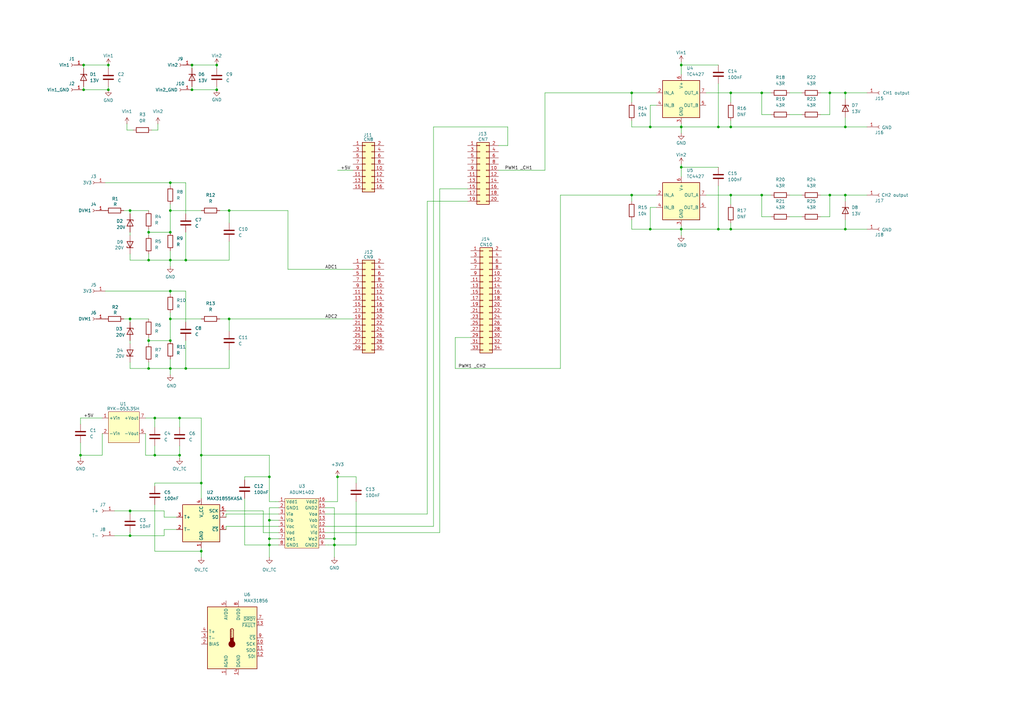
<source format=kicad_sch>
(kicad_sch (version 20231120) (generator "eeschema") (generator_version "8.0")
  (paper "A3")
  (junction (at 53.34 86.36))
  (junction (at 137.16 223.52))
  (junction (at 299.72 52.07))
  (junction (at 44.45 26.67))
  (junction (at 33.02 186.69))
  (junction (at 312.42 38.1))
  (junction (at 266.7 52.07))
  (junction (at 266.7 93.98))
  (junction (at 279.4 26.67))
  (junction (at 69.85 139.7))
  (junction (at 294.64 52.07))
  (junction (at 82.55 198.12))
  (junction (at 44.45 36.83))
  (junction (at 69.85 74.93))
  (junction (at 137.16 220.98))
  (junction (at 279.4 93.98))
  (junction (at 340.36 38.1))
  (junction (at 346.71 38.1))
  (junction (at 69.85 106.68))
  (junction (at 340.36 80.01))
  (junction (at 346.71 93.98))
  (junction (at 259.08 38.1))
  (junction (at 73.66 186.69))
  (junction (at 279.4 52.07))
  (junction (at 53.34 130.81))
  (junction (at 110.49 213.36))
  (junction (at 294.64 93.98))
  (junction (at 110.49 220.98))
  (junction (at 60.96 95.25))
  (junction (at 93.98 86.36))
  (junction (at 110.49 223.52))
  (junction (at 34.29 26.67))
  (junction (at 69.85 119.38))
  (junction (at 69.85 151.13))
  (junction (at 73.66 171.45))
  (junction (at 279.4 68.58))
  (junction (at 299.72 38.1))
  (junction (at 346.71 80.01))
  (junction (at 82.55 226.06))
  (junction (at 312.42 80.01))
  (junction (at 76.2 151.13))
  (junction (at 53.34 219.71))
  (junction (at 69.85 130.81))
  (junction (at 34.29 36.83))
  (junction (at 76.2 106.68))
  (junction (at 63.5 186.69))
  (junction (at 88.9 36.83))
  (junction (at 346.71 52.07))
  (junction (at 78.74 36.83))
  (junction (at 60.96 139.7))
  (junction (at 299.72 93.98))
  (junction (at 299.72 80.01))
  (junction (at 63.5 171.45))
  (junction (at 88.9 26.67))
  (junction (at 93.98 130.81))
  (junction (at 78.74 26.67))
  (junction (at 60.96 106.68))
  (junction (at 69.85 95.25))
  (junction (at 60.96 151.13))
  (junction (at 138.43 195.58))
  (junction (at 110.49 195.58))
  (junction (at 82.55 186.69))
  (junction (at 259.08 80.01))
  (junction (at 69.85 86.36))
  (junction (at 53.34 209.55))
  (wire (pts (xy 259.08 80.01) (xy 269.24 80.01)))
  (wire (pts (xy 269.24 43.18) (xy 266.7 43.18)))
  (wire (pts (xy 114.3 218.44) (xy 107.95 218.44)))
  (wire (pts (xy 63.5 207.01) (xy 63.5 226.06)))
  (wire (pts (xy 137.16 220.98) (xy 137.16 223.52)))
  (wire (pts (xy 346.71 93.98) (xy 299.72 93.98)))
  (wire (pts (xy 208.28 52.07) (xy 177.8 52.07)))
  (wire (pts (xy 60.96 104.14) (xy 60.96 106.68)))
  (wire (pts (xy 340.36 38.1) (xy 346.71 38.1)))
  (wire (pts (xy 312.42 80.01) (xy 316.23 80.01)))
  (wire (pts (xy 82.55 171.45) (xy 82.55 186.69)))
  (wire (pts (xy 34.29 26.67) (xy 44.45 26.67)))
  (wire (pts (xy 69.85 139.7) (xy 69.85 130.81)))
  (wire (pts (xy 53.34 219.71) (xy 46.99 219.71)))
  (wire (pts (xy 53.34 104.14) (xy 53.34 106.68)))
  (wire (pts (xy 266.7 93.98) (xy 279.4 93.98)))
  (wire (pts (xy 133.35 215.9) (xy 177.8 215.9)))
  (wire (pts (xy 53.34 148.59) (xy 53.34 151.13)))
  (wire (pts (xy 346.71 52.07) (xy 355.6 52.07)))
  (wire (pts (xy 73.66 171.45) (xy 82.55 171.45)))
  (wire (pts (xy 50.8 130.81) (xy 53.34 130.81)))
  (wire (pts (xy 100.33 223.52) (xy 110.49 223.52)))
  (wire (pts (xy 53.34 139.7) (xy 53.34 140.97)))
  (wire (pts (xy 93.98 99.06) (xy 93.98 106.68)))
  (wire (pts (xy 76.2 95.25) (xy 76.2 106.68)))
  (wire (pts (xy 60.96 148.59) (xy 60.96 151.13)))
  (wire (pts (xy 208.28 59.69) (xy 208.28 52.07)))
  (wire (pts (xy 336.55 88.9) (xy 340.36 88.9)))
  (wire (pts (xy 279.4 67.31) (xy 279.4 68.58)))
  (wire (pts (xy 114.3 213.36) (xy 110.49 213.36)))
  (wire (pts (xy 114.3 208.28) (xy 110.49 208.28)))
  (wire (pts (xy 110.49 186.69) (xy 110.49 195.58)))
  (wire (pts (xy 180.34 77.47) (xy 180.34 218.44)))
  (wire (pts (xy 146.05 198.12) (xy 146.05 195.58)))
  (wire (pts (xy 53.34 95.25) (xy 53.34 96.52)))
  (wire (pts (xy 346.71 82.55) (xy 346.71 80.01)))
  (wire (pts (xy 73.66 171.45) (xy 73.66 175.26)))
  (wire (pts (xy 110.49 186.69) (xy 82.55 186.69)))
  (wire (pts (xy 114.3 205.74) (xy 110.49 205.74)))
  (wire (pts (xy 223.52 38.1) (xy 259.08 38.1)))
  (wire (pts (xy 110.49 195.58) (xy 110.49 205.74)))
  (wire (pts (xy 60.96 139.7) (xy 69.85 139.7)))
  (wire (pts (xy 60.96 130.81) (xy 53.34 130.81)))
  (wire (pts (xy 279.4 52.07) (xy 294.64 52.07)))
  (wire (pts (xy 336.55 80.01) (xy 340.36 80.01)))
  (wire (pts (xy 54.61 53.34) (xy 52.07 53.34)))
  (wire (pts (xy 346.71 80.01) (xy 340.36 80.01)))
  (wire (pts (xy 64.77 53.34) (xy 64.77 50.8)))
  (wire (pts (xy 346.71 38.1) (xy 355.6 38.1)))
  (wire (pts (xy 44.45 26.67) (xy 44.45 27.94)))
  (wire (pts (xy 259.08 80.01) (xy 259.08 82.55)))
  (wire (pts (xy 299.72 83.82) (xy 299.72 80.01)))
  (wire (pts (xy 114.3 215.9) (xy 92.71 215.9)))
  (wire (pts (xy 72.39 212.09) (xy 67.31 212.09)))
  (wire (pts (xy 316.23 88.9) (xy 312.42 88.9)))
  (wire (pts (xy 110.49 220.98) (xy 110.49 223.52)))
  (wire (pts (xy 107.95 218.44) (xy 107.95 209.55)))
  (wire (pts (xy 208.28 59.69) (xy 204.47 59.69)))
  (wire (pts (xy 138.43 69.85) (xy 144.78 69.85)))
  (wire (pts (xy 279.4 50.8) (xy 279.4 52.07)))
  (wire (pts (xy 69.85 106.68) (xy 76.2 106.68)))
  (wire (pts (xy 299.72 93.98) (xy 299.72 91.44)))
  (wire (pts (xy 100.33 196.85) (xy 100.33 195.58)))
  (wire (pts (xy 323.85 88.9) (xy 328.93 88.9)))
  (wire (pts (xy 133.35 208.28) (xy 137.16 208.28)))
  (wire (pts (xy 76.2 74.93) (xy 69.85 74.93)))
  (wire (pts (xy 299.72 38.1) (xy 312.42 38.1)))
  (wire (pts (xy 78.74 26.67) (xy 88.9 26.67)))
  (wire (pts (xy 33.02 181.61) (xy 33.02 186.69)))
  (wire (pts (xy 180.34 218.44) (xy 133.35 218.44)))
  (wire (pts (xy 186.69 151.13) (xy 229.87 151.13)))
  (wire (pts (xy 146.05 205.74) (xy 146.05 223.52)))
  (wire (pts (xy 279.4 26.67) (xy 279.4 30.48)))
  (wire (pts (xy 299.72 80.01) (xy 289.56 80.01)))
  (wire (pts (xy 93.98 86.36) (xy 118.11 86.36)))
  (wire (pts (xy 76.2 106.68) (xy 93.98 106.68)))
  (wire (pts (xy 63.5 182.88) (xy 63.5 186.69)))
  (wire (pts (xy 299.72 41.91) (xy 299.72 38.1)))
  (wire (pts (xy 69.85 119.38) (xy 43.18 119.38)))
  (wire (pts (xy 175.26 210.82) (xy 133.35 210.82)))
  (wire (pts (xy 299.72 38.1) (xy 289.56 38.1)))
  (wire (pts (xy 34.29 35.56) (xy 34.29 36.83)))
  (wire (pts (xy 137.16 228.6) (xy 137.16 223.52)))
  (wire (pts (xy 69.85 128.27) (xy 69.85 130.81)))
  (wire (pts (xy 53.34 209.55) (xy 53.34 210.82)))
  (wire (pts (xy 90.17 86.36) (xy 93.98 86.36)))
  (wire (pts (xy 177.8 52.07) (xy 177.8 215.9)))
  (wire (pts (xy 346.71 40.64) (xy 346.71 38.1)))
  (wire (pts (xy 33.02 186.69) (xy 33.02 187.96)))
  (wire (pts (xy 67.31 217.17) (xy 67.31 219.71)))
  (wire (pts (xy 114.3 223.52) (xy 110.49 223.52)))
  (wire (pts (xy 44.45 36.83) (xy 44.45 35.56)))
  (wire (pts (xy 69.85 120.65) (xy 69.85 119.38)))
  (wire (pts (xy 76.2 151.13) (xy 93.98 151.13)))
  (wire (pts (xy 110.49 223.52) (xy 110.49 228.6)))
  (wire (pts (xy 76.2 132.08) (xy 76.2 119.38)))
  (wire (pts (xy 118.11 110.49) (xy 144.78 110.49)))
  (wire (pts (xy 299.72 93.98) (xy 294.64 93.98)))
  (wire (pts (xy 90.17 130.81) (xy 93.98 130.81)))
  (wire (pts (xy 180.34 77.47) (xy 191.77 77.47)))
  (wire (pts (xy 34.29 36.83) (xy 44.45 36.83)))
  (wire (pts (xy 69.85 96.52) (xy 69.85 95.25)))
  (wire (pts (xy 67.31 219.71) (xy 53.34 219.71)))
  (wire (pts (xy 100.33 195.58) (xy 110.49 195.58)))
  (wire (pts (xy 62.23 53.34) (xy 64.77 53.34)))
  (wire (pts (xy 33.02 171.45) (xy 33.02 173.99)))
  (wire (pts (xy 114.3 220.98) (xy 110.49 220.98)))
  (wire (pts (xy 146.05 195.58) (xy 138.43 195.58)))
  (wire (pts (xy 93.98 135.89) (xy 93.98 130.81)))
  (wire (pts (xy 69.85 147.32) (xy 69.85 151.13)))
  (wire (pts (xy 340.36 88.9) (xy 340.36 80.01)))
  (wire (pts (xy 76.2 87.63) (xy 76.2 74.93)))
  (wire (pts (xy 59.69 177.8) (xy 59.69 186.69)))
  (wire (pts (xy 137.16 223.52) (xy 133.35 223.52)))
  (wire (pts (xy 67.31 209.55) (xy 53.34 209.55)))
  (wire (pts (xy 110.49 208.28) (xy 110.49 213.36)))
  (wire (pts (xy 110.49 213.36) (xy 110.49 220.98)))
  (wire (pts (xy 146.05 223.52) (xy 137.16 223.52)))
  (wire (pts (xy 294.64 52.07) (xy 299.72 52.07)))
  (wire (pts (xy 336.55 46.99) (xy 340.36 46.99)))
  (wire (pts (xy 312.42 88.9) (xy 312.42 80.01)))
  (wire (pts (xy 69.85 151.13) (xy 76.2 151.13)))
  (wire (pts (xy 60.96 86.36) (xy 53.34 86.36)))
  (wire (pts (xy 266.7 43.18) (xy 266.7 52.07)))
  (wire (pts (xy 53.34 151.13) (xy 60.96 151.13)))
  (wire (pts (xy 88.9 26.67) (xy 88.9 27.94)))
  (wire (pts (xy 60.96 95.25) (xy 60.96 96.52)))
  (wire (pts (xy 346.71 48.26) (xy 346.71 52.07)))
  (wire (pts (xy 69.85 74.93) (xy 43.18 74.93)))
  (wire (pts (xy 223.52 38.1) (xy 223.52 69.85)))
  (wire (pts (xy 299.72 52.07) (xy 299.72 49.53)))
  (wire (pts (xy 346.71 80.01) (xy 355.6 80.01)))
  (wire (pts (xy 312.42 38.1) (xy 316.23 38.1)))
  (wire (pts (xy 279.4 68.58) (xy 294.64 68.58)))
  (wire (pts (xy 346.71 90.17) (xy 346.71 93.98)))
  (wire (pts (xy 60.96 151.13) (xy 69.85 151.13)))
  (wire (pts (xy 279.4 26.67) (xy 294.64 26.67)))
  (wire (pts (xy 60.96 139.7) (xy 60.96 140.97)))
  (wire (pts (xy 323.85 46.99) (xy 328.93 46.99)))
  (wire (pts (xy 93.98 143.51) (xy 93.98 151.13)))
  (wire (pts (xy 78.74 26.67) (xy 78.74 27.94)))
  (wire (pts (xy 69.85 83.82) (xy 69.85 86.36)))
  (wire (pts (xy 63.5 226.06) (xy 82.55 226.06)))
  (wire (pts (xy 312.42 46.99) (xy 312.42 38.1)))
  (wire (pts (xy 294.64 76.2) (xy 294.64 93.98)))
  (wire (pts (xy 340.36 46.99) (xy 340.36 38.1)))
  (wire (pts (xy 336.55 38.1) (xy 340.36 38.1)))
  (wire (pts (xy 53.34 86.36) (xy 53.34 87.63)))
  (wire (pts (xy 34.29 26.67) (xy 34.29 27.94)))
  (wire (pts (xy 294.64 93.98) (xy 279.4 93.98)))
  (wire (pts (xy 186.69 151.13) (xy 186.69 138.43)))
  (wire (pts (xy 191.77 82.55) (xy 175.26 82.55)))
  (wire (pts (xy 82.55 224.79) (xy 82.55 226.06)))
  (wire (pts (xy 69.85 102.87) (xy 69.85 106.68)))
  (wire (pts (xy 118.11 110.49) (xy 118.11 86.36)))
  (wire (pts (xy 41.91 186.69) (xy 33.02 186.69)))
  (wire (pts (xy 100.33 204.47) (xy 100.33 223.52)))
  (wire (pts (xy 76.2 119.38) (xy 69.85 119.38)))
  (wire (pts (xy 92.71 209.55) (xy 107.95 209.55)))
  (wire (pts (xy 279.4 93.98) (xy 279.4 96.52)))
  (wire (pts (xy 259.08 93.98) (xy 266.7 93.98)))
  (wire (pts (xy 175.26 82.55) (xy 175.26 210.82)))
  (wire (pts (xy 346.71 52.07) (xy 299.72 52.07)))
  (wire (pts (xy 53.34 106.68) (xy 60.96 106.68)))
  (wire (pts (xy 63.5 186.69) (xy 59.69 186.69)))
  (wire (pts (xy 73.66 187.96) (xy 73.66 186.69)))
  (wire (pts (xy 82.55 198.12) (xy 82.55 204.47)))
  (wire (pts (xy 41.91 177.8) (xy 41.91 186.69)))
  (wire (pts (xy 88.9 36.83) (xy 88.9 35.56)))
  (wire (pts (xy 133.35 205.74) (xy 138.43 205.74)))
  (wire (pts (xy 259.08 52.07) (xy 266.7 52.07)))
  (wire (pts (xy 69.85 151.13) (xy 69.85 153.67)))
  (wire (pts (xy 316.23 46.99) (xy 312.42 46.99)))
  (wire (pts (xy 82.55 186.69) (xy 82.55 198.12)))
  (wire (pts (xy 259.08 90.17) (xy 259.08 93.98)))
  (wire (pts (xy 266.7 52.07) (xy 279.4 52.07)))
  (wire (pts (xy 69.85 140.97) (xy 69.85 139.7)))
  (wire (pts (xy 323.85 38.1) (xy 328.93 38.1)))
  (wire (pts (xy 186.69 138.43) (xy 193.04 138.43)))
  (wire (pts (xy 92.71 210.82) (xy 92.71 212.09)))
  (wire (pts (xy 114.3 210.82) (xy 92.71 210.82)))
  (wire (pts (xy 63.5 186.69) (xy 73.66 186.69)))
  (wire (pts (xy 76.2 139.7) (xy 76.2 151.13)))
  (wire (pts (xy 60.96 138.43) (xy 60.96 139.7)))
  (wire (pts (xy 69.85 95.25) (xy 69.85 86.36)))
  (wire (pts (xy 294.64 34.29) (xy 294.64 52.07)))
  (wire (pts (xy 346.71 93.98) (xy 355.6 93.98)))
  (wire (pts (xy 92.71 215.9) (xy 92.71 217.17)))
  (wire (pts (xy 69.85 76.2) (xy 69.85 74.93)))
  (wire (pts (xy 138.43 205.74) (xy 138.43 195.58)))
  (wire (pts (xy 259.08 38.1) (xy 269.24 38.1)))
  (wire (pts (xy 53.34 130.81) (xy 53.34 132.08)))
  (wire (pts (xy 63.5 199.39) (xy 63.5 198.12)))
  (wire (pts (xy 279.4 25.4) (xy 279.4 26.67)))
  (wire (pts (xy 299.72 80.01) (xy 312.42 80.01)))
  (wire (pts (xy 50.8 86.36) (xy 53.34 86.36)))
  (wire (pts (xy 229.87 80.01) (xy 259.08 80.01)))
  (wire (pts (xy 72.39 217.17) (xy 67.31 217.17)))
  (wire (pts (xy 133.35 220.98) (xy 137.16 220.98)))
  (wire (pts (xy 279.4 92.71) (xy 279.4 93.98)))
  (wire (pts (xy 323.85 80.01) (xy 328.93 80.01)))
  (wire (pts (xy 93.98 91.44) (xy 93.98 86.36)))
  (wire (pts (xy 229.87 80.01) (xy 229.87 151.13)))
  (wire (pts (xy 60.96 93.98) (xy 60.96 95.25)))
  (wire (pts (xy 82.55 226.06) (xy 82.55 228.6)))
  (wire (pts (xy 93.98 130.81) (xy 144.78 130.81)))
  (wire (pts (xy 63.5 198.12) (xy 82.55 198.12)))
  (wire (pts (xy 279.4 52.07) (xy 279.4 54.61)))
  (wire (pts (xy 266.7 85.09) (xy 266.7 93.98)))
  (wire (pts (xy 69.85 86.36) (xy 82.55 86.36)))
  (wire (pts (xy 46.99 209.55) (xy 53.34 209.55)))
  (wire (pts (xy 59.69 171.45) (xy 63.5 171.45)))
  (wire (pts (xy 52.07 53.34) (xy 52.07 50.8)))
  (wire (pts (xy 41.91 171.45) (xy 33.02 171.45)))
  (wire (pts (xy 63.5 171.45) (xy 73.66 171.45)))
  (wire (pts (xy 259.08 41.91) (xy 259.08 38.1)))
  (wire (pts (xy 60.96 106.68) (xy 69.85 106.68)))
  (wire (pts (xy 223.52 69.85) (xy 204.47 69.85)))
  (wire (pts (xy 67.31 212.09) (xy 67.31 209.55)))
  (wire (pts (xy 269.24 85.09) (xy 266.7 85.09)))
  (wire (pts (xy 259.08 49.53) (xy 259.08 52.07)))
  (wire (pts (xy 69.85 106.68) (xy 69.85 109.22)))
  (wire (pts (xy 63.5 171.45) (xy 63.5 175.26)))
  (wire (pts (xy 69.85 130.81) (xy 82.55 130.81)))
  (wire (pts (xy 73.66 182.88) (xy 73.66 186.69)))
  (wire (pts (xy 53.34 219.71) (xy 53.34 218.44)))
  (wire (pts (xy 137.16 208.28) (xy 137.16 220.98)))
  (wire (pts (xy 78.74 35.56) (xy 78.74 36.83)))
  (wire (pts (xy 279.4 68.58) (xy 279.4 72.39)))
  (wire (pts (xy 78.74 36.83) (xy 88.9 36.83)))
  (wire (pts (xy 60.96 95.25) (xy 69.85 95.25)))
  (label "ADC1" (at 133.35 110.49 0))
  (label "PWM1 _CH2" (at 187.96 151.13 0))
  (label "ADC2" (at 133.35 130.81 0))
  (label "PWM1 _CH1" (at 207.01 69.85 0))
  (label "+5V" (at 34.29 171.45 0))
  (label "+5V" (at 139.7 69.85 0))
  (symbol (lib_id "Device:D_Zener") (at 53.34 91.44 270) (unit 1)
    (property "Reference" "D2" (at 47.752 90.678 90) (effects (justify left)))
    (property "Value" "20V" (at 47.752 93.218 90) (effects (justify left)))
    (property "Footprint" "Diode_SMD:D_SOD-323F" (effects (hide yes)))
    (property "Description" "Zener diode" (effects (hide yes)))
  )
  (symbol (lib_id "Device:R") (at 332.74 80.01 90) (unit 1)
    (property "Reference" "R24" (at 332.74 73.66 90))
    (property "Value" "43R" (at 332.74 76.2 90))
    (property "Footprint" "Resistor_SMD:R_2512_6332Metric_Pad1.40x3.35mm_HandSolder" (effects (hide yes)))
    (property "Description" "Resistor" (effects (hide yes)))
  )
  (symbol (lib_id "Device:D_Zener") (at 78.74 31.75 270) (unit 1)
    (property "Reference" "D6" (at 81.28 30.4799 90) (effects (justify left)))
    (property "Value" "13V" (at 81.28 33.0199 90) (effects (justify left)))
    (property "Footprint" "Diode_SMD:D_SMA_Handsoldering" (effects (hide yes)))
    (property "Description" "Zener diode" (effects (hide yes)))
  )
  (symbol (lib_id "Device:R") (at 69.85 124.46 0) (unit 1)
    (property "Reference" "R10" (at 72.39 123.1899 0) (effects (justify left)))
    (property "Value" "R" (at 72.39 125.7299 0) (effects (justify left)))
    (property "Footprint" "Resistor_SMD:R_0805_2012Metric_Pad1.20x1.40mm_HandSolder" (effects (hide yes)))
    (property "Description" "Resistor" (effects (hide yes)))
  )
  (symbol (lib_id "Connector_Generic:Conn_02x10_Odd_Even") (at 196.85 69.85 0) (unit 1)
    (property "Reference" "J13" (at 197.866 54.864 0))
    (property "Value" "CN7" (at 198.12 57.15 0))
    (property "Footprint" "Connector_PinHeader_2.54mm:PinHeader_2x10_P2.54mm_Vertical" (effects (hide yes)))
    (property "Description" "Generic connector, double row, 02x10, odd/even pin numbering scheme (row 1 odd numbers, row 2 even numbers), script generated (kicad-library-utils/schlib/autogen/connector/)" (effects (hide yes)))
  )
  (symbol (lib_id "Device:R") (at 299.72 45.72 180) (unit 1)
    (property "Reference" "R16" (at 302.26 44.4499 0) (effects (justify right)))
    (property "Value" "DNF" (at 302.26 46.9899 0) (effects (justify right)))
    (property "Footprint" "Resistor_SMD:R_0805_2012Metric_Pad1.20x1.40mm_HandSolder" (effects (hide yes)))
    (property "Description" "Resistor" (effects (hide yes)))
  )
  (symbol (lib_id "Device:D_Zener") (at 346.71 44.45 270) (unit 1)
    (property "Reference" "D7" (at 349.25 43.1799 90) (effects (justify left)))
    (property "Value" "13V" (at 349.25 45.7199 90) (effects (justify left)))
    (property "Footprint" "Diode_SMD:D_SMA_Handsoldering" (effects (hide yes)))
    (property "Description" "Zener diode" (effects (hide yes)))
  )
  (symbol (lib_id "power:GND") (at 110.49 228.6 0) (unit 1)
    (property "Reference" "#PWR012" (effects (hide yes)))
    (property "Value" "OV_TC" (at 110.49 233.68 0))
    (property "Description" "Power symbol creates a global label with name \"GND\" , ground" (effects (hide yes)))
  )
  (symbol (lib_id "Device:C") (at 146.05 201.93 0) (unit 1)
    (property "Reference" "C13" (at 149.86 200.6599 0) (effects (justify left)))
    (property "Value" "100nF" (at 149.86 203.1999 0) (effects (justify left)))
    (property "Footprint" "Capacitor_SMD:C_0805_2012Metric_Pad1.18x1.45mm_HandSolder" (effects (hide yes)))
    (property "Description" "Unpolarized capacitor" (effects (hide yes)))
  )
  (symbol (lib_id "Device:C") (at 93.98 139.7 0) (unit 1)
    (property "Reference" "C11" (at 97.79 138.4299 0) (effects (justify left)))
    (property "Value" "C" (at 97.79 140.9699 0) (effects (justify left)))
    (property "Footprint" "Capacitor_SMD:C_0805_2012Metric_Pad1.18x1.45mm_HandSolder" (effects (hide yes)))
    (property "Description" "Unpolarized capacitor" (effects (hide yes)))
  )
  (symbol (lib_id "Device:R") (at 60.96 90.17 0) (unit 1)
    (property "Reference" "R4" (at 63.5 88.8999 0) (effects (justify left)))
    (property "Value" "R" (at 63.5 91.4399 0) (effects (justify left)))
    (property "Footprint" "Resistor_SMD:R_0805_2012Metric_Pad1.20x1.40mm_HandSolder" (effects (hide yes)))
    (property "Description" "Resistor" (effects (hide yes)))
  )
  (symbol (lib_id "Connector:Conn_01x01_Socket") (at 73.66 26.67 180) (unit 1)
    (property "Reference" "J9" (at 73.914 24.13 0))
    (property "Value" "Vin2" (at 70.866 26.67 0))
    (property "Footprint" "Connector_Wire:SolderWire-0.5sqmm_1x01_D0.9mm_OD2.1mm" (effects (hide yes)))
    (property "Description" "Generic connector, single row, 01x01, script generated" (effects (hide yes)))
  )
  (symbol (lib_id "Driver_FET:MIC4427") (at 279.4 40.64 0) (unit 1)
    (property "Reference" "U4" (at 281.5941 27.94 0) (effects (justify left)))
    (property "Value" "TC4427" (at 281.5941 30.48 0) (effects (justify left)))
    (property "Footprint" "Package_DIP:DIP-8_W7.62mm" (effects (hide yes)))
    (property "Datasheet" "http://ww1.microchip.com/downloads/en/DeviceDoc/mic4426.pdf" (effects (hide yes)))
    (property "Description" "Dual 1.5A-Peak Low-Side MOSFET Driver, DIP-8/SOIC-8/MSOP-8" (effects (hide yes)))
  )
  (symbol (lib_id "Connector:Conn_01x01_Socket") (at 38.1 119.38 180) (unit 1)
    (property "Reference" "J5" (at 38.354 116.84 0))
    (property "Value" "3V3" (at 35.814 119.38 0))
    (property "Footprint" "Connector_Wire:SolderWire-0.5sqmm_1x01_D0.9mm_OD2.1mm" (effects (hide yes)))
    (property "Description" "Generic connector, single row, 01x01, script generated" (effects (hide yes)))
  )
  (symbol (lib_id "Device:C") (at 73.66 179.07 0) (unit 1)
    (property "Reference" "C6" (at 77.47 177.7999 0) (effects (justify left)))
    (property "Value" "C" (at 77.47 180.3399 0) (effects (justify left)))
    (property "Footprint" "Capacitor_SMD:C_0805_2012Metric_Pad1.18x1.45mm_HandSolder" (effects (hide yes)))
    (property "Description" "Unpolarized capacitor" (effects (hide yes)))
  )
  (symbol (lib_id "Connector:Conn_01x01_Socket") (at 38.1 74.93 180) (unit 1)
    (property "Reference" "J3" (at 38.354 72.39 0))
    (property "Value" "3V3" (at 35.814 74.93 0))
    (property "Footprint" "Connector_Wire:SolderWire-0.5sqmm_1x01_D0.9mm_OD2.1mm" (effects (hide yes)))
    (property "Description" "Generic connector, single row, 01x01, script generated" (effects (hide yes)))
  )
  (symbol (lib_id "Connector:Conn_01x01_Socket") (at 38.1 130.81 180) (unit 1)
    (property "Reference" "J6" (at 38.354 128.27 0))
    (property "Value" "DVM1" (at 34.798 130.81 0))
    (property "Footprint" "Connector_Wire:SolderWire-0.5sqmm_1x01_D0.9mm_OD2.1mm" (effects (hide yes)))
    (property "Description" "Generic connector, single row, 01x01, script generated" (effects (hide yes)))
  )
  (symbol (lib_id "power:+9V") (at 44.45 26.67 0) (unit 1)
    (property "Reference" "#PWR02" (effects (hide yes)))
    (property "Value" "Vin1" (at 44.45 22.86 0))
    (property "Description" "Power symbol creates a global label with name \"+9V\"" (effects (hide yes)))
  )
  (symbol (lib_id "Connector:Conn_01x01_Socket") (at 38.1 86.36 180) (unit 1)
    (property "Reference" "J4" (at 38.354 83.82 0))
    (property "Value" "DVM1" (at 34.798 86.36 0))
    (property "Footprint" "Connector_Wire:SolderWire-0.5sqmm_1x01_D0.9mm_OD2.1mm" (effects (hide yes)))
    (property "Description" "Generic connector, single row, 01x01, script generated" (effects (hide yes)))
  )
  (symbol (lib_id "power:GND") (at 44.45 36.83 0) (unit 1)
    (property "Reference" "#PWR03" (effects (hide yes)))
    (property "Value" "GND" (at 44.45 41.148 0))
    (property "Description" "Power symbol creates a global label with name \"GND\" , ground" (effects (hide yes)))
  )
  (symbol (lib_id "Device:R") (at 332.74 88.9 90) (unit 1)
    (property "Reference" "R25" (at 332.74 82.55 90))
    (property "Value" "43R" (at 332.74 85.09 90))
    (property "Footprint" "Resistor_SMD:R_2512_6332Metric_Pad1.40x3.35mm_HandSolder" (effects (hide yes)))
    (property "Description" "Resistor" (effects (hide yes)))
  )
  (symbol (lib_id "Device:C") (at 53.34 214.63 0) (unit 1)
    (property "Reference" "C3" (at 57.15 213.3599 0) (effects (justify left)))
    (property "Value" "10nF" (at 57.15 215.8999 0) (effects (justify left)))
    (property "Footprint" "Capacitor_SMD:C_0805_2012Metric_Pad1.18x1.45mm_HandSolder" (effects (hide yes)))
    (property "Description" "Unpolarized capacitor" (effects (hide yes)))
  )
  (symbol (lib_id "Device:R") (at 320.04 46.99 90) (unit 1)
    (property "Reference" "R19" (at 320.04 40.64 90))
    (property "Value" "43R" (at 320.04 43.18 90))
    (property "Footprint" "Resistor_SMD:R_2512_6332Metric_Pad1.40x3.35mm_HandSolder" (effects (hide yes)))
    (property "Description" "Resistor" (effects (hide yes)))
  )
  (symbol (lib_id "power:GND") (at 88.9 36.83 0) (unit 1)
    (property "Reference" "#PWR011" (effects (hide yes)))
    (property "Value" "GND" (at 88.9 40.894 0))
    (property "Description" "Power symbol creates a global label with name \"GND\" , ground" (effects (hide yes)))
  )
  (symbol (lib_id "Device:R") (at 69.85 99.06 0) (unit 1)
    (property "Reference" "R9" (at 72.39 97.7899 0) (effects (justify left)))
    (property "Value" "R" (at 72.39 100.3299 0) (effects (justify left)))
    (property "Footprint" "Resistor_SMD:R_0805_2012Metric_Pad1.20x1.40mm_HandSolder" (effects (hide yes)))
    (property "Description" "Resistor" (effects (hide yes)))
  )
  (symbol (lib_id "Connector:Conn_01x01_Socket") (at 360.68 38.1 0) (unit 1)
    (property "Reference" "J15" (at 360.68 40.386 0))
    (property "Value" "CH1 output" (at 367.538 38.1 0))
    (property "Footprint" "Connector_Wire:SolderWire-0.5sqmm_1x01_D0.9mm_OD2.1mm" (effects (hide yes)))
    (property "Description" "Generic connector, single row, 01x01, script generated" (effects (hide yes)))
  )
  (symbol (lib_id "Sensor_Temperature:MAX31856") (at 95.25 261.62 0) (unit 1)
    (property "Reference" "U6" (at 99.9841 243.84 0) (effects (justify left)))
    (property "Value" "MAX31856" (at 99.9841 246.38 0) (effects (justify left)))
    (property "Footprint" "Package_SO:TSSOP-14_4.4x5mm_P0.65mm" (effects (hide yes)))
    (property "Datasheet" "https://datasheets.maximintegrated.com/en/ds/MAX31856.pdf" (effects (hide yes)))
    (property "Description" "Precision Thermocouple to Digital Converter with Linearization, TSSOP-14" (effects (hide yes)))
  )
  (symbol (lib_id "Device:R") (at 320.04 38.1 90) (unit 1)
    (property "Reference" "R18" (at 320.04 31.75 90))
    (property "Value" "43R" (at 320.04 34.29 90))
    (property "Footprint" "Resistor_SMD:R_2512_6332Metric_Pad1.40x3.35mm_HandSolder" (effects (hide yes)))
    (property "Description" "Resistor" (effects (hide yes)))
  )
  (symbol (lib_id "Device:C") (at 63.5 179.07 0) (unit 1)
    (property "Reference" "C4" (at 67.31 177.7999 0) (effects (justify left)))
    (property "Value" "C" (at 67.31 180.3399 0) (effects (justify left)))
    (property "Footprint" "Capacitor_SMD:C_0805_2012Metric_Pad1.18x1.45mm_HandSolder" (effects (hide yes)))
    (property "Description" "Unpolarized capacitor" (effects (hide yes)))
  )
  (symbol (lib_id "Connector_Generic:Conn_02x15_Odd_Even") (at 149.86 125.73 0) (unit 1)
    (property "Reference" "J12" (at 151.13 103.378 0))
    (property "Value" "CN9" (at 151.13 105.41 0))
    (property "Footprint" "Connector_PinHeader_2.54mm:PinHeader_2x15_P2.54mm_Vertical" (effects (hide yes)))
    (property "Description" "Generic connector, double row, 02x15, odd/even pin numbering scheme (row 1 odd numbers, row 2 even numbers), script generated (kicad-library-utils/schlib/autogen/connector/)" (effects (hide yes)))
  )
  (symbol (lib_id "power:GND") (at 33.02 187.96 0) (unit 1)
    (property "Reference" "#PWR01" (effects (hide yes)))
    (property "Value" "GND" (at 33.02 192.278 0))
    (property "Description" "Power symbol creates a global label with name \"GND\" , ground" (effects (hide yes)))
  )
  (symbol (lib_id "Device:R") (at 60.96 134.62 0) (unit 1)
    (property "Reference" "R6" (at 63.5 133.3499 0) (effects (justify left)))
    (property "Value" "R" (at 63.5 135.8899 0) (effects (justify left)))
    (property "Footprint" "Resistor_SMD:R_0805_2012Metric_Pad1.20x1.40mm_HandSolder" (effects (hide yes)))
    (property "Description" "Resistor" (effects (hide yes)))
  )
  (symbol (lib_id "Device:D_Zener") (at 34.29 31.75 270) (unit 1)
    (property "Reference" "D1" (at 36.83 30.4799 90) (effects (justify left)))
    (property "Value" "13V" (at 36.83 33.0199 90) (effects (justify left)))
    (property "Footprint" "Diode_SMD:D_SMA_Handsoldering" (effects (hide yes)))
    (property "Description" "Zener diode" (effects (hide yes)))
  )
  (symbol (lib_id "power:GND") (at 279.4 54.61 0) (unit 1)
    (property "Reference" "#PWR016" (effects (hide yes)))
    (property "Value" "GND" (at 279.4 58.674 0))
    (property "Description" "Power symbol creates a global label with name \"GND\" , ground" (effects (hide yes)))
  )
  (symbol (lib_id "Device:R") (at 320.04 80.01 90) (unit 1)
    (property "Reference" "R20" (at 320.04 73.66 90))
    (property "Value" "43R" (at 320.04 76.2 90))
    (property "Footprint" "Resistor_SMD:R_2512_6332Metric_Pad1.40x3.35mm_HandSolder" (effects (hide yes)))
    (property "Description" "Resistor" (effects (hide yes)))
  )
  (symbol (lib_id "Connector:Conn_01x01_Socket") (at 360.68 80.01 0) (unit 1)
    (property "Reference" "J17" (at 360.68 82.296 0))
    (property "Value" "CH2 output" (at 367.03 80.01 0))
    (property "Footprint" "Connector_Wire:SolderWire-0.5sqmm_1x01_D0.9mm_OD2.1mm" (effects (hide yes)))
    (property "Description" "Generic connector, single row, 01x01, script generated" (effects (hide yes)))
  )
  (symbol (lib_id "Rafal_Library:RYK-053.3S/H") (at 44.45 168.91 0) (unit 1)
    (property "Reference" "U1" (at 50.546 165.608 0))
    (property "Value" "RYK-053.3SH" (at 50.546 167.64 0))
    (property "Footprint" "Rafal:RYK-053.3SH" (effects (hide yes)))
  )
  (symbol (lib_id "Device:D_Zener") (at 53.34 100.33 90) (unit 1)
    (property "Reference" "D9" (at 50.546 99.314 90) (effects (justify left)))
    (property "Value" "20V" (at 50.8 101.6 90) (effects (justify left)))
    (property "Footprint" "Diode_SMD:D_SOD-323F" (effects (hide yes)))
    (property "Description" "Zener diode" (effects (hide yes)))
  )
  (symbol (lib_id "Device:C") (at 100.33 200.66 0) (unit 1)
    (property "Reference" "C12" (at 104.14 199.3899 0) (effects (justify left)))
    (property "Value" "100nF" (at 104.14 201.9299 0) (effects (justify left)))
    (property "Footprint" "Capacitor_SMD:C_0805_2012Metric_Pad1.18x1.45mm_HandSolder" (effects (hide yes)))
    (property "Description" "Unpolarized capacitor" (effects (hide yes)))
  )
  (symbol (lib_id "Connector:Conn_01x01_Socket") (at 29.21 36.83 180) (unit 1)
    (property "Reference" "J2" (at 29.464 34.29 0))
    (property "Value" "Vin1_GND" (at 23.876 36.83 0))
    (property "Footprint" "Connector_Wire:SolderWire-0.5sqmm_1x01_D0.9mm_OD2.1mm" (effects (hide yes)))
    (property "Description" "Generic connector, single row, 01x01, script generated" (effects (hide yes)))
  )
  (symbol (lib_id "power:+9V") (at 88.9 26.67 0) (unit 1)
    (property "Reference" "#PWR010" (effects (hide yes)))
    (property "Value" "Vin2" (at 88.9 22.86 0))
    (property "Description" "Power symbol creates a global label with name \"+9V\"" (effects (hide yes)))
  )
  (symbol (lib_id "Device:R") (at 46.99 86.36 90) (unit 1)
    (property "Reference" "R1" (at 47.244 81.534 90))
    (property "Value" "R" (at 47.244 83.82 90))
    (property "Footprint" "Resistor_SMD:R_0805_2012Metric_Pad1.20x1.40mm_HandSolder" (effects (hide yes)))
    (property "Description" "Resistor" (effects (hide yes)))
  )
  (symbol (lib_id "power:+9V") (at 64.77 50.8 0) (unit 1)
    (property "Reference" "#PWR05" (effects (hide yes)))
    (property "Value" "Vin2" (at 64.77 45.72 0))
    (property "Description" "Power symbol creates a global label with name \"+9V\"" (effects (hide yes)))
  )
  (symbol (lib_id "power:GND") (at 69.85 153.67 0) (unit 1)
    (property "Reference" "#PWR07" (effects (hide yes)))
    (property "Value" "GND" (at 70.358 158.242 0))
    (property "Description" "Power symbol creates a global label with name \"GND\" , ground" (effects (hide yes)))
  )
  (symbol (lib_id "Device:C") (at 93.98 95.25 0) (unit 1)
    (property "Reference" "C10" (at 97.79 93.9799 0) (effects (justify left)))
    (property "Value" "C" (at 97.79 96.5199 0) (effects (justify left)))
    (property "Footprint" "Capacitor_SMD:C_0805_2012Metric_Pad1.18x1.45mm_HandSolder" (effects (hide yes)))
    (property "Description" "Unpolarized capacitor" (effects (hide yes)))
  )
  (symbol (lib_id "Device:R") (at 60.96 144.78 0) (unit 1)
    (property "Reference" "R7" (at 63.5 143.5099 0) (effects (justify left)))
    (property "Value" "R" (at 63.5 146.0499 0) (effects (justify left)))
    (property "Footprint" "Resistor_SMD:R_0805_2012Metric_Pad1.20x1.40mm_HandSolder" (effects (hide yes)))
    (property "Description" "Resistor" (effects (hide yes)))
  )
  (symbol (lib_id "Device:R") (at 332.74 38.1 90) (unit 1)
    (property "Reference" "R22" (at 332.74 31.75 90))
    (property "Value" "43R" (at 332.74 34.29 90))
    (property "Footprint" "Resistor_SMD:R_2512_6332Metric_Pad1.40x3.35mm_HandSolder" (effects (hide yes)))
    (property "Description" "Resistor" (effects (hide yes)))
  )
  (symbol (lib_id "power:+9V") (at 279.4 25.4 0) (unit 1)
    (property "Reference" "#PWR015" (effects (hide yes)))
    (property "Value" "Vin1" (at 279.4 21.59 0))
    (property "Description" "Power symbol creates a global label with name \"+9V\"" (effects (hide yes)))
  )
  (symbol (lib_id "power:+9V") (at 52.07 50.8 0) (unit 1)
    (property "Reference" "#PWR04" (effects (hide yes)))
    (property "Value" "Vin1" (at 52.07 45.72 0))
    (property "Description" "Power symbol creates a global label with name \"+9V\"" (effects (hide yes)))
  )
  (symbol (lib_id "Device:R") (at 259.08 45.72 180) (unit 1)
    (property "Reference" "R14" (at 261.62 44.4499 0) (effects (justify right)))
    (property "Value" "10k" (at 261.62 46.9899 0) (effects (justify right)))
    (property "Footprint" "Resistor_SMD:R_0805_2012Metric_Pad1.20x1.40mm_HandSolder" (effects (hide yes)))
    (property "Description" "Resistor" (effects (hide yes)))
  )
  (symbol (lib_id "power:GND") (at 69.85 109.22 0) (unit 1)
    (property "Reference" "#PWR06" (effects (hide yes)))
    (property "Value" "GND" (at 69.85 113.538 0))
    (property "Description" "Power symbol creates a global label with name \"GND\" , ground" (effects (hide yes)))
  )
  (symbol (lib_id "Device:R") (at 69.85 80.01 0) (unit 1)
    (property "Reference" "R8" (at 72.39 78.7399 0) (effects (justify left)))
    (property "Value" "R" (at 72.39 81.2799 0) (effects (justify left)))
    (property "Footprint" "Resistor_SMD:R_0805_2012Metric_Pad1.20x1.40mm_HandSolder" (effects (hide yes)))
    (property "Description" "Resistor" (effects (hide yes)))
  )
  (symbol (lib_id "Connector_Generic:Conn_02x08_Odd_Even") (at 149.86 67.31 0) (unit 1)
    (property "Reference" "J11" (at 150.876 55.372 0))
    (property "Value" "CN8" (at 151.13 57.15 0))
    (property "Footprint" "Connector_PinHeader_2.54mm:PinHeader_2x08_P2.54mm_Vertical" (effects (hide yes)))
    (property "Description" "Generic connector, double row, 02x08, odd/even pin numbering scheme (row 1 odd numbers, row 2 even numbers), script generated (kicad-library-utils/schlib/autogen/connector/)" (effects (hide yes)))
  )
  (symbol (lib_id "Device:D_Zener") (at 346.71 86.36 270) (unit 1)
    (property "Reference" "D8" (at 349.25 85.0899 90) (effects (justify left)))
    (property "Value" "13V" (at 349.25 87.6299 90) (effects (justify left)))
    (property "Footprint" "Diode_SMD:D_SMA_Handsoldering" (effects (hide yes)))
    (property "Description" "Zener diode" (effects (hide yes)))
  )
  (symbol (lib_id "power:GND") (at 137.16 228.6 0) (unit 1)
    (property "Reference" "#PWR013" (effects (hide yes)))
    (property "Value" "GND" (at 137.16 232.918 0))
    (property "Description" "Power symbol creates a global label with name \"GND\" , ground" (effects (hide yes)))
  )
  (symbol (lib_id "Device:C") (at 76.2 135.89 0) (unit 1)
    (property "Reference" "C8" (at 80.01 134.6199 0) (effects (justify left)))
    (property "Value" "C" (at 80.01 137.1599 0) (effects (justify left)))
    (property "Footprint" "Capacitor_SMD:C_0805_2012Metric_Pad1.18x1.45mm_HandSolder" (effects (hide yes)))
    (property "Description" "Unpolarized capacitor" (effects (hide yes)))
  )
  (symbol (lib_id "Device:C") (at 76.2 91.44 0) (unit 1)
    (property "Reference" "C7" (at 80.01 90.1699 0) (effects (justify left)))
    (property "Value" "C" (at 80.01 92.7099 0) (effects (justify left)))
    (property "Footprint" "Capacitor_SMD:C_0805_2012Metric_Pad1.18x1.45mm_HandSolder" (effects (hide yes)))
    (property "Description" "Unpolarized capacitor" (effects (hide yes)))
  )
  (symbol (lib_id "power:GND") (at 279.4 96.52 0) (unit 1)
    (property "Reference" "#PWR018" (effects (hide yes)))
    (property "Value" "GND" (at 279.654 100.584 0))
    (property "Description" "Power symbol creates a global label with name \"GND\" , ground" (effects (hide yes)))
  )
  (symbol (lib_id "Connector_Generic:Conn_02x17_Odd_Even") (at 198.12 123.19 0) (unit 1)
    (property "Reference" "J14" (at 199.136 98.044 0))
    (property "Value" "CN10" (at 199.39 100.33 0))
    (property "Footprint" "Connector_PinHeader_2.54mm:PinHeader_2x17_P2.54mm_Vertical" (effects (hide yes)))
    (property "Description" "Generic connector, double row, 02x17, odd/even pin numbering scheme (row 1 odd numbers, row 2 even numbers), script generated (kicad-library-utils/schlib/autogen/connector/)" (effects (hide yes)))
  )
  (symbol (lib_id "power:GND") (at 82.55 228.6 0) (unit 1)
    (property "Reference" "#PWR09" (effects (hide yes)))
    (property "Value" "OV_TC" (at 82.55 233.68 0))
    (property "Description" "Power symbol creates a global label with name \"GND\" , ground" (effects (hide yes)))
  )
  (symbol (lib_id "Device:R") (at 58.42 53.34 90) (unit 1)
    (property "Reference" "R3" (at 58.42 46.99 90))
    (property "Value" "0R" (at 58.42 49.53 90))
    (property "Footprint" "Resistor_SMD:R_0805_2012Metric_Pad1.20x1.40mm_HandSolder" (effects (hide yes)))
    (property "Description" "Resistor" (effects (hide yes)))
  )
  (symbol (lib_id "Device:C") (at 88.9 31.75 0) (unit 1)
    (property "Reference" "C9" (at 92.71 30.4799 0) (effects (justify left)))
    (property "Value" "C" (at 92.71 33.0199 0) (effects (justify left)))
    (property "Footprint" "Capacitor_SMD:C_0805_2012Metric_Pad1.18x1.45mm_HandSolder" (effects (hide yes)))
    (property "Description" "Unpolarized capacitor" (effects (hide yes)))
  )
  (symbol (lib_id "Device:R") (at 299.72 87.63 180) (unit 1)
    (property "Reference" "R17" (at 302.26 86.3599 0) (effects (justify right)))
    (property "Value" "DNF" (at 302.26 88.8999 0) (effects (justify right)))
    (property "Footprint" "Resistor_SMD:R_0805_2012Metric_Pad1.20x1.40mm_HandSolder" (effects (hide yes)))
    (property "Description" "Resistor" (effects (hide yes)))
  )
  (symbol (lib_id "Device:R") (at 60.96 100.33 0) (unit 1)
    (property "Reference" "R5" (at 63.5 99.0599 0) (effects (justify left)))
    (property "Value" "R" (at 63.5 101.5999 0) (effects (justify left)))
    (property "Footprint" "Resistor_SMD:R_0805_2012Metric_Pad1.20x1.40mm_HandSolder" (effects (hide yes)))
    (property "Description" "Resistor" (effects (hide yes)))
  )
  (symbol (lib_id "Device:C") (at 44.45 31.75 0) (unit 1)
    (property "Reference" "C2" (at 48.26 30.4799 0) (effects (justify left)))
    (property "Value" "C" (at 48.26 33.0199 0) (effects (justify left)))
    (property "Footprint" "Capacitor_SMD:C_0805_2012Metric_Pad1.18x1.45mm_HandSolder" (effects (hide yes)))
    (property "Description" "Unpolarized capacitor" (effects (hide yes)))
  )
  (symbol (lib_id "Driver_FET:MIC4427") (at 279.4 82.55 0) (unit 1)
    (property "Reference" "U5" (at 281.5941 69.85 0) (effects (justify left)))
    (property "Value" "TC4427" (at 281.5941 72.39 0) (effects (justify left)))
    (property "Footprint" "Package_DIP:DIP-8_W7.62mm" (effects (hide yes)))
    (property "Datasheet" "http://ww1.microchip.com/downloads/en/DeviceDoc/mic4426.pdf" (effects (hide yes)))
    (property "Description" "Dual 1.5A-Peak Low-Side MOSFET Driver, DIP-8/SOIC-8/MSOP-8" (effects (hide yes)))
  )
  (symbol (lib_id "power:+3V3") (at 138.43 195.58 0) (unit 1)
    (property "Reference" "#PWR014" (effects (hide yes)))
    (property "Value" "+3V3" (at 138.43 190.5 0))
    (property "Description" "Power symbol creates a global label with name \"+3V3\"" (effects (hide yes)))
  )
  (symbol (lib_id "Device:R") (at 46.99 130.81 90) (unit 1)
    (property "Reference" "R2" (at 47.244 125.984 90))
    (property "Value" "R" (at 47.244 128.27 90))
    (property "Footprint" "Resistor_SMD:R_0805_2012Metric_Pad1.20x1.40mm_HandSolder" (effects (hide yes)))
    (property "Description" "Resistor" (effects (hide yes)))
  )
  (symbol (lib_id "Device:R") (at 320.04 88.9 90) (unit 1)
    (property "Reference" "R21" (at 320.04 82.55 90))
    (property "Value" "43R" (at 320.04 85.09 90))
    (property "Footprint" "Resistor_SMD:R_2512_6332Metric_Pad1.40x3.35mm_HandSolder" (effects (hide yes)))
    (property "Description" "Resistor" (effects (hide yes)))
  )
  (symbol (lib_id "Device:D_Zener") (at 53.34 135.89 270) (unit 1)
    (property "Reference" "D3" (at 47.498 134.874 90) (effects (justify left)))
    (property "Value" "20V" (at 47.498 137.414 90) (effects (justify left)))
    (property "Footprint" "Diode_SMD:D_SOD-323F" (effects (hide yes)))
    (property "Description" "Zener diode" (effects (hide yes)))
  )
  (symbol (lib_id "Device:R") (at 86.36 86.36 90) (unit 1)
    (property "Reference" "R12" (at 86.36 80.01 90))
    (property "Value" "R" (at 86.36 82.55 90))
    (property "Footprint" "Resistor_SMD:R_0805_2012Metric_Pad1.20x1.40mm_HandSolder" (effects (hide yes)))
    (property "Description" "Resistor" (effects (hide yes)))
  )
  (symbol (lib_id "Device:C") (at 33.02 177.8 0) (unit 1)
    (property "Reference" "C1" (at 36.83 176.5299 0) (effects (justify left)))
    (property "Value" "C" (at 36.83 179.0699 0) (effects (justify left)))
    (property "Footprint" "Capacitor_SMD:C_0805_2012Metric_Pad1.18x1.45mm_HandSolder" (effects (hide yes)))
    (property "Description" "Unpolarized capacitor" (effects (hide yes)))
  )
  (symbol (lib_id "Device:R") (at 69.85 143.51 0) (unit 1)
    (property "Reference" "R11" (at 72.39 142.2399 0) (effects (justify left)))
    (property "Value" "R" (at 72.39 144.7799 0) (effects (justify left)))
    (property "Footprint" "Resistor_SMD:R_0805_2012Metric_Pad1.20x1.40mm_HandSolder" (effects (hide yes)))
    (property "Description" "Resistor" (effects (hide yes)))
  )
  (symbol (lib_id "Connector:Conn_01x01_Socket") (at 41.91 219.71 180) (unit 1)
    (property "Reference" "J8" (at 42.164 217.17 0))
    (property "Value" "T-" (at 39.116 219.71 0))
    (property "Footprint" "Connector_Wire:SolderWire-0.5sqmm_1x01_D0.9mm_OD2.1mm" (effects (hide yes)))
    (property "Description" "Generic connector, single row, 01x01, script generated" (effects (hide yes)))
  )
  (symbol (lib_id "Connector:Conn_01x01_Socket") (at 29.21 26.67 180) (unit 1)
    (property "Reference" "J1" (at 29.464 24.13 0))
    (property "Value" "Vin1" (at 26.416 26.67 0))
    (property "Footprint" "Connector_Wire:SolderWire-0.5sqmm_1x01_D0.9mm_OD2.1mm" (effects (hide yes)))
    (property "Description" "Generic connector, single row, 01x01, script generated" (effects (hide yes)))
  )
  (symbol (lib_id "Device:C") (at 63.5 203.2 0) (unit 1)
    (property "Reference" "C5" (at 67.31 201.9299 0) (effects (justify left)))
    (property "Value" "100nF" (at 67.31 204.4699 0) (effects (justify left)))
    (property "Footprint" "Capacitor_SMD:C_0805_2012Metric_Pad1.18x1.45mm_HandSolder" (effects (hide yes)))
    (property "Description" "Unpolarized capacitor" (effects (hide yes)))
  )
  (symbol (lib_id "Device:C") (at 294.64 72.39 0) (unit 1)
    (property "Reference" "C15" (at 298.45 71.1199 0) (effects (justify left)))
    (property "Value" "100nF" (at 298.45 73.6599 0) (effects (justify left)))
    (property "Footprint" "Capacitor_SMD:C_0805_2012Metric_Pad1.18x1.45mm_HandSolder" (effects (hide yes)))
    (property "Description" "Unpolarized capacitor" (effects (hide yes)))
  )
  (symbol (lib_id "Device:R") (at 86.36 130.81 90) (unit 1)
    (property "Reference" "R13" (at 86.36 124.46 90))
    (property "Value" "R" (at 86.36 127 90))
    (property "Footprint" "Resistor_SMD:R_0805_2012Metric_Pad1.20x1.40mm_HandSolder" (effects (hide yes)))
    (property "Description" "Resistor" (effects (hide yes)))
  )
  (symbol (lib_id "Sensor_Temperature:MAX31855KASA") (at 82.55 214.63 0) (unit 1)
    (property "Reference" "U2" (at 84.7441 201.93 0) (effects (justify left)))
    (property "Value" "MAX31855KASA" (at 84.7441 204.47 0) (effects (justify left)))
    (property "Footprint" "Package_SO:SOIC-8_3.9x4.9mm_P1.27mm" (effects (hide yes)))
    (property "Datasheet" "http://datasheets.maximintegrated.com/en/ds/MAX31855.pdf" (effects (hide yes)))
    (property "Description" "Cold Junction K-type Termocouple Interface, SPI, SO8" (effects (hide yes)))
  )
  (symbol (lib_id "Connector:Conn_01x01_Socket") (at 360.68 52.07 0) (unit 1)
    (property "Reference" "J16" (at 360.68 54.356 0))
    (property "Value" "GND" (at 363.728 52.324 0))
    (property "Footprint" "Connector_Wire:SolderWire-0.5sqmm_1x01_D0.9mm_OD2.1mm" (effects (hide yes)))
    (property "Description" "Generic connector, single row, 01x01, script generated" (effects (hide yes)))
  )
  (symbol (lib_id "Device:D_Zener") (at 53.34 144.78 90) (unit 1)
    (property "Reference" "D4" (at 50.546 143.764 90) (effects (justify left)))
    (property "Value" "20V" (at 51.054 146.05 90) (effects (justify left)))
    (property "Footprint" "Diode_SMD:D_SOD-323F" (effects (hide yes)))
    (property "Description" "Zener diode" (effects (hide yes)))
  )
  (symbol (lib_id "Device:R") (at 332.74 46.99 90) (unit 1)
    (property "Reference" "R23" (at 332.74 40.64 90))
    (property "Value" "43R" (at 332.74 43.18 90))
    (property "Footprint" "Resistor_SMD:R_2512_6332Metric_Pad1.40x3.35mm_HandSolder" (effects (hide yes)))
    (property "Description" "Resistor" (effects (hide yes)))
  )
  (symbol (lib_id "Connector:Conn_01x01_Socket") (at 360.68 93.98 0) (unit 1)
    (property "Reference" "J18" (at 360.68 96.266 0))
    (property "Value" "GND" (at 363.728 94.234 0))
    (property "Footprint" "Connector_Wire:SolderWire-0.5sqmm_1x01_D0.9mm_OD2.1mm" (effects (hide yes)))
    (property "Description" "Generic connector, single row, 01x01, script generated" (effects (hide yes)))
  )
  (symbol (lib_id "Device:R") (at 259.08 86.36 180) (unit 1)
    (property "Reference" "R15" (at 261.62 85.0899 0) (effects (justify right)))
    (property "Value" "10k" (at 261.62 87.6299 0) (effects (justify right)))
    (property "Footprint" "Resistor_SMD:R_0805_2012Metric_Pad1.20x1.40mm_HandSolder" (effects (hide yes)))
    (property "Description" "Resistor" (effects (hide yes)))
  )
  (symbol (lib_id "Connector:Conn_01x01_Socket") (at 41.91 209.55 180) (unit 1)
    (property "Reference" "J7" (at 42.164 207.01 0))
    (property "Value" "T+" (at 39.116 209.55 0))
    (property "Footprint" "Connector_Wire:SolderWire-0.5sqmm_1x01_D0.9mm_OD2.1mm" (effects (hide yes)))
    (property "Description" "Generic connector, single row, 01x01, script generated" (effects (hide yes)))
  )
  (symbol (lib_id "Device:C") (at 294.64 30.48 0) (unit 1)
    (property "Reference" "C14" (at 298.45 29.2099 0) (effects (justify left)))
    (property "Value" "100nF" (at 298.45 31.7499 0) (effects (justify left)))
    (property "Footprint" "Capacitor_SMD:C_0805_2012Metric_Pad1.18x1.45mm_HandSolder" (effects (hide yes)))
    (property "Description" "Unpolarized capacitor" (effects (hide yes)))
  )
  (symbol (lib_id "power:GND") (at 73.66 187.96 0) (unit 1)
    (property "Reference" "#PWR08" (effects (hide yes)))
    (property "Value" "OV_TC" (at 73.66 192.278 0))
    (property "Description" "Power symbol creates a global label with name \"GND\" , ground" (effects (hide yes)))
  )
  (symbol (lib_id "Rafal_Library:ADUM1402") (at 124.46 200.66 0) (unit 1)
    (property "Reference" "U3" (at 123.825 199.39 0))
    (property "Value" "ADUM1402" (at 123.825 201.93 0))
    (property "Footprint" "Package_SO:SOIC-16W_7.5x10.3mm_P1.27mm" (effects (hide yes)))
  )
  (symbol (lib_id "power:+5V") (at 279.4 67.31 0) (unit 1)
    (property "Reference" "#PWR017" (effects (hide yes)))
    (property "Value" "Vin2" (at 279.4 63.5 0))
    (property "Description" "Power symbol creates a global label with name \"+5V\"" (effects (hide yes)))
  )
  (symbol (lib_id "Connector:Conn_01x01_Socket") (at 73.66 36.83 180) (unit 1)
    (property "Reference" "J10" (at 73.914 34.29 0))
    (property "Value" "Vin2_GND" (at 68.326 36.83 0))
    (property "Footprint" "Connector_Wire:SolderWire-0.5sqmm_1x01_D0.9mm_OD2.1mm" (effects (hide yes)))
    (property "Description" "Generic connector, single row, 01x01, script generated" (effects (hide yes)))
  )
)
</source>
